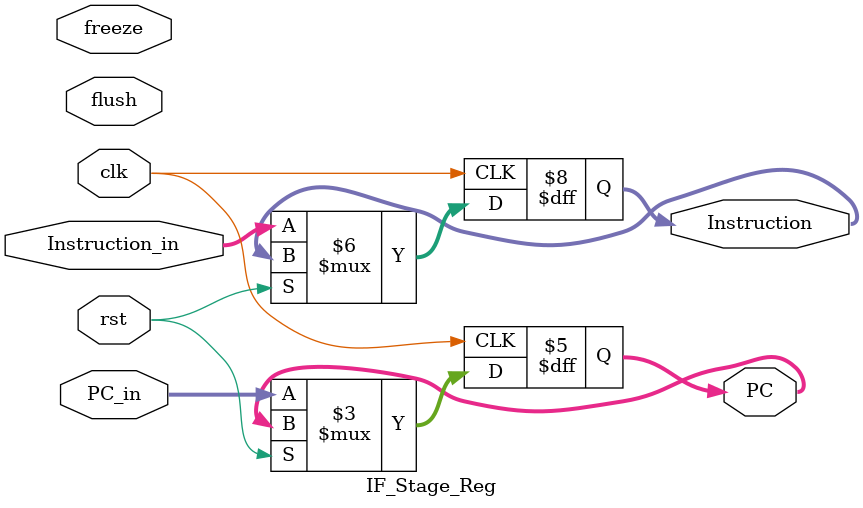
<source format=v>
module IF_Stage_Reg(
  input clk, rst, freeze, flush,
  input[31:0] PC_in, Instruction_in,
  output reg[31:0] PC, Instruction
);

  always @(posedge clk, posedge rst) begin
    if (~rst) begin
      PC <= PC_in;
      Instruction <= Instruction_in;
    end
  end
endmodule

</source>
